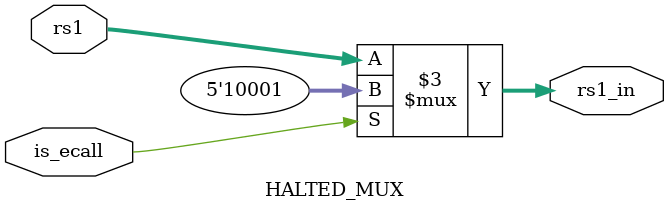
<source format=v>
module ALU_SRC_MUX (input [31:0] rs2_data,
                    input [31:0] imm_gen_out,
                    input alu_src,
                    output reg [31:0] alu_in2);
    
    always @(*) begin
        if (alu_src) begin
            alu_in2 = imm_gen_out;
        end else begin
            alu_in2 = rs2_data;
        end
    end

endmodule

module WB_MUX (input [31:0] reg_src1,
               input [31:0] reg_src2,
               input mem_to_reg,
               output reg [31:0] rd_din);
    
    always @(*) begin
        if (mem_to_reg) begin
            rd_din = reg_src1;
        end else begin
            rd_din = reg_src2;
        end
    end

endmodule

module HALTED_MUX (input [4:0] rs1,
                   input is_ecall,
                   output reg [4:0] rs1_in);
    
    always @(*) begin
        if (is_ecall) begin
            rs1_in = 17;
        end else begin
            rs1_in = rs1;
        end
    end

endmodule
</source>
